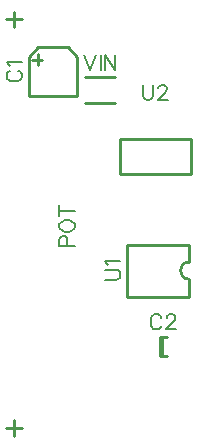
<source format=gbr>
G04 DipTrace 2.4.0.2*
%INTopSilk.gbr*%
%MOIN*%
%ADD10C,0.0098*%
%ADD51C,0.0077*%
%ADD52C,0.0093*%
%FSLAX44Y44*%
G04*
G70*
G90*
G75*
G01*
%LNTopSilk*%
%LPD*%
X6628Y16795D2*
D10*
X5003D1*
Y18108D1*
X5315Y18421D1*
X6315D1*
X6628Y18108D1*
Y16795D1*
X5128Y18010D2*
X5440D1*
X5315Y17851D2*
Y18220D1*
X9449Y8126D2*
Y8755D1*
X9374Y8126D2*
Y8755D1*
Y8126D2*
X9610D1*
X9374Y8755D2*
X9610D1*
X10339Y11850D2*
X8292D1*
X10339Y10118D2*
X8292D1*
Y11850D2*
Y10118D1*
X10339Y11850D2*
Y11260D1*
Y10709D2*
Y10118D1*
Y11260D2*
G03X10339Y10709I0J-276D01*
G01*
X10410Y14191D2*
X8035D1*
Y15379D1*
X10410D1*
Y14191D1*
X7878Y16583D2*
X6878D1*
X7878Y17425D2*
X6878D1*
X4390Y17650D2*
D51*
X4342Y17626D1*
X4294Y17578D1*
X4271Y17531D1*
Y17435D1*
X4294Y17387D1*
X4342Y17340D1*
X4390Y17315D1*
X4462Y17291D1*
X4582D1*
X4653Y17315D1*
X4701Y17340D1*
X4749Y17387D1*
X4773Y17435D1*
Y17531D1*
X4749Y17578D1*
X4701Y17626D1*
X4653Y17650D1*
X4367Y17805D2*
X4342Y17853D1*
X4271Y17925D1*
X4773D1*
X9427Y9408D2*
X9403Y9455D1*
X9355Y9503D1*
X9307Y9527D1*
X9212D1*
X9163Y9503D1*
X9116Y9455D1*
X9092Y9408D1*
X9068Y9336D1*
Y9216D1*
X9092Y9145D1*
X9116Y9097D1*
X9163Y9049D1*
X9212Y9025D1*
X9307D1*
X9355Y9049D1*
X9403Y9097D1*
X9427Y9145D1*
X9605Y9407D2*
Y9431D1*
X9629Y9479D1*
X9653Y9503D1*
X9701Y9527D1*
X9796D1*
X9844Y9503D1*
X9868Y9479D1*
X9892Y9431D1*
Y9383D1*
X9868Y9335D1*
X9820Y9264D1*
X9581Y9025D1*
X9916D1*
X6296Y11793D2*
Y12008D1*
X6273Y12080D1*
X6248Y12104D1*
X6201Y12128D1*
X6129D1*
X6081Y12104D1*
X6057Y12080D1*
X6033Y12008D1*
Y11793D1*
X6536D1*
X6033Y12426D2*
X6057Y12378D1*
X6105Y12330D1*
X6153Y12306D1*
X6225Y12282D1*
X6345D1*
X6416Y12306D1*
X6464Y12330D1*
X6511Y12378D1*
X6536Y12426D1*
Y12522D1*
X6511Y12569D1*
X6464Y12617D1*
X6416Y12641D1*
X6345Y12665D1*
X6225D1*
X6153Y12641D1*
X6105Y12617D1*
X6057Y12569D1*
X6033Y12522D1*
Y12426D1*
Y12987D2*
X6536D1*
X6033Y12819D2*
Y13154D1*
X7560Y10680D2*
X7919D1*
X7991Y10703D1*
X8038Y10752D1*
X8062Y10823D1*
Y10871D1*
X8038Y10943D1*
X7991Y10991D1*
X7919Y11015D1*
X7560D1*
X7656Y11169D2*
X7632Y11217D1*
X7561Y11289D1*
X8062D1*
X8811Y17176D2*
Y16817D1*
X8834Y16746D1*
X8883Y16698D1*
X8954Y16674D1*
X9002D1*
X9074Y16698D1*
X9122Y16746D1*
X9146Y16817D1*
Y17176D1*
X9324Y17056D2*
Y17080D1*
X9348Y17128D1*
X9372Y17152D1*
X9420Y17176D1*
X9516D1*
X9563Y17152D1*
X9587Y17128D1*
X9611Y17080D1*
Y17032D1*
X9587Y16984D1*
X9539Y16913D1*
X9300Y16674D1*
X9635D1*
X6865Y18157D2*
X7056Y17655D1*
X7247Y18157D1*
X7402D2*
Y17655D1*
X7891Y18157D2*
Y17655D1*
X7556Y18157D1*
Y17655D1*
X4511Y19616D2*
D52*
Y19100D1*
X4253Y19358D2*
X4769D1*
X4511Y5990D2*
Y5473D1*
X4253Y5731D2*
X4769D1*
M02*

</source>
